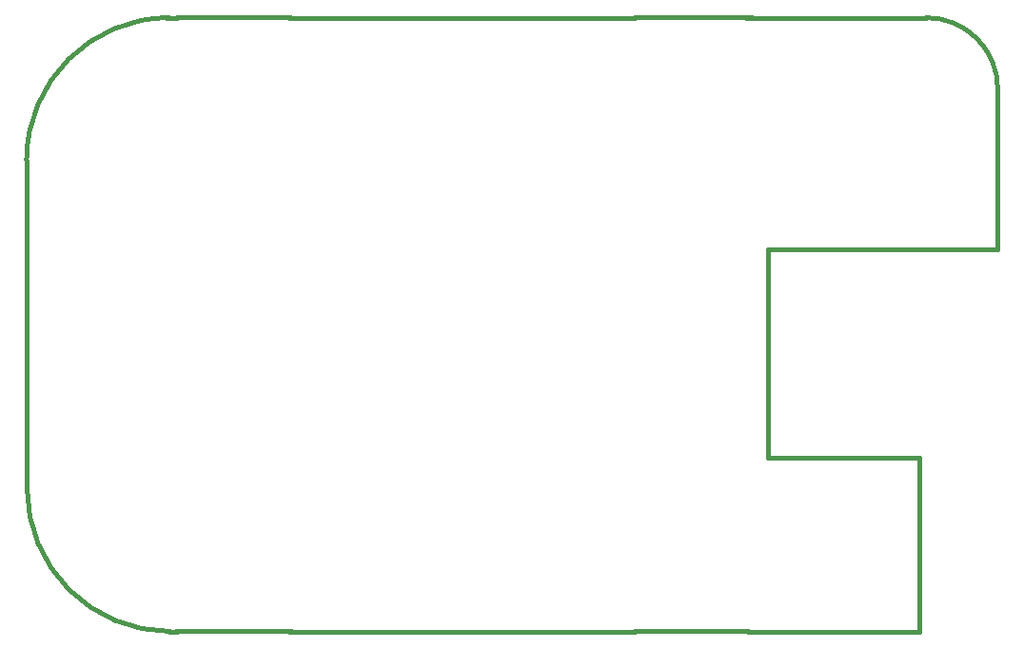
<source format=gbr>
G04 #@! TF.FileFunction,Profile,NP*
%FSLAX46Y46*%
G04 Gerber Fmt 4.6, Leading zero omitted, Abs format (unit mm)*
G04 Created by KiCad (PCBNEW 4.0.5) date 06/08/17 20:21:41*
%MOMM*%
%LPD*%
G01*
G04 APERTURE LIST*
%ADD10C,0.150000*%
%ADD11C,0.381000*%
G04 APERTURE END LIST*
D10*
D11*
X147800000Y-107300000D02*
X157900000Y-107300000D01*
X107000000Y-107300000D02*
X117200000Y-107300000D01*
X107100000Y-52700000D02*
X117100000Y-52700000D01*
X158200000Y-52700000D02*
X147800000Y-52700000D01*
X147828000Y-52705000D02*
X117094000Y-52705000D01*
X117094000Y-107315000D02*
X117221000Y-107315000D01*
X117094000Y-107315000D02*
X147828000Y-107315000D01*
X173101000Y-91821000D02*
X159639000Y-91821000D01*
X173101000Y-107315000D02*
X166116000Y-107315000D01*
X173101000Y-107315000D02*
X173101000Y-91948000D01*
X107061000Y-52705000D02*
X106172000Y-52705000D01*
X157734000Y-52705000D02*
X162941000Y-52705000D01*
X162941000Y-107315000D02*
X157861000Y-107315000D01*
X106426000Y-107315000D02*
X107061000Y-107315000D01*
X162941000Y-107315000D02*
X166116000Y-107315000D01*
X162941000Y-52705000D02*
X166116000Y-52705000D01*
X159639000Y-73279000D02*
X159639000Y-91821000D01*
X180086000Y-73279000D02*
X159639000Y-73279000D01*
X180086000Y-72771000D02*
X180086000Y-73279000D01*
X165862000Y-52705000D02*
X173736000Y-52705000D01*
X93726000Y-65405000D02*
X93726000Y-94615000D01*
X180086000Y-59055000D02*
X180086000Y-72898000D01*
X180086000Y-59055000D02*
G75*
G03X173736000Y-52705000I-6350000J0D01*
G01*
X93726000Y-94615000D02*
G75*
G03X106426000Y-107315000I12700000J0D01*
G01*
X106375200Y-52705000D02*
G75*
G03X93675200Y-65405000I0J-12700000D01*
G01*
M02*

</source>
